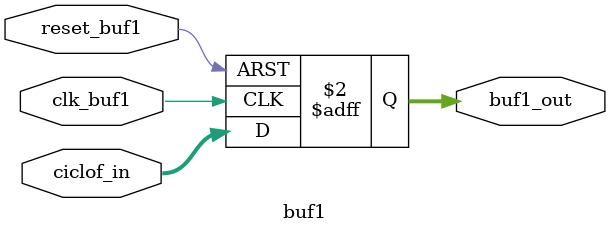
<source format=v>
`timescale  1ns/1ns
module buf1(
	input clk_buf1,
	input reset_buf1,
	input [31:0]ciclof_in,
	output reg [31:0] buf1_out
);
always @(posedge clk_buf1 or posedge reset_buf1)
	begin
		if(reset_buf1)
		begin
		buf1_out = 32'b0;
		end
		else
		begin
		buf1_out=ciclof_in;
		end
	end
endmodule

</source>
